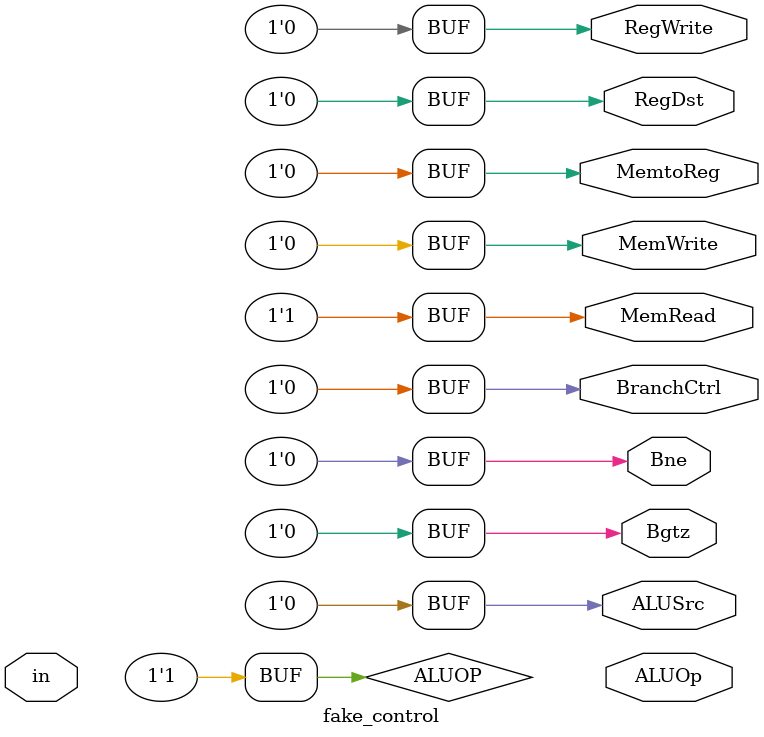
<source format=v>

`timescale 1ns/10ps

module fake_control(in, ALUOp, RegDst, BranchCtrl, 
      MemRead,MemtoReg,MemWrite,ALUSrc,RegWrite,
      Bne, Bgtz);
   input [5:0] in;
   output wire [2:0] ALUOp;
   output wire RegDst, BranchCtrl, MemRead, MemtoReg, MemWrite, ALUSrc, RegWrite, Bne, Bgtz;

   assign RegDst = 1'b0;
   assign BranchCtrl = 1'b0;
   assign MemRead = 1'b1;
   assign MemtoReg = 1'b0;
   assign MemWrite = 1'b0;
   assign ALUSrc = 1'b0;
   assign RegWrite = 1'b0;
   assign ALUOP = 3'b111;
   assign Bne = 1'b0;
   assign Bgtz = 1'b0;

endmodule 

</source>
